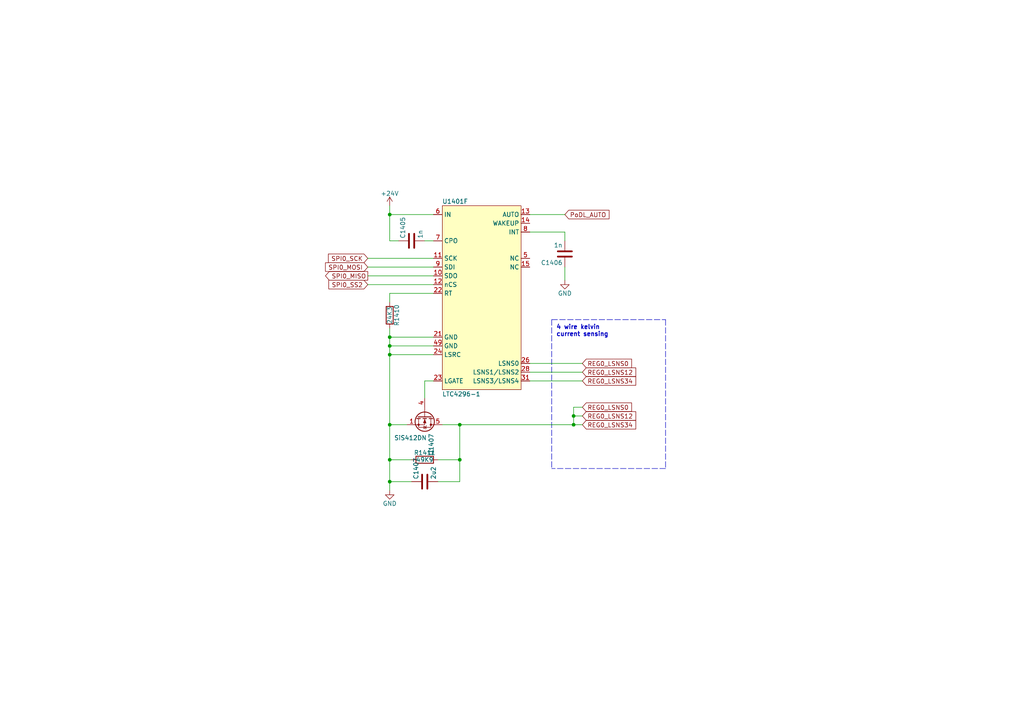
<source format=kicad_sch>
(kicad_sch (version 20211123) (generator eeschema)
  (paper "A4")
  (title_block (title "Open Hardware 10Base-T1L Switch") (date "2023-04-07") (rev "REV A") (company "Peter Heinrich") (comment 1 "Open Hardware License CERN-OHL-P v2") (comment 2 "https://github.com/peterheinrich/Open_10Base-T1L_Switch"))
  (lib_symbols
    (symbol "Device:C" (pin_numbers hide) (pin_names (offset 0.254))
      (property "Reference" "C" (at 0.635 2.54 0))
      (property "Value" "C" (at 0.635 -2.54 0))
      (symbol "C_0_1"
        (polyline (pts (xy -2.032 -0.762) (xy 2.032 -0.762)) (stroke (width 0.508)))
        (polyline (pts (xy -2.032 0.762) (xy 2.032 0.762)) (stroke (width 0.508)))
      )
      (symbol "C_1_1"
        (pin passive line (at 0 3.81 270) (length 2.794) (name "~") (number "1"))
        (pin passive line (at 0 -3.81 90) (length 2.794) (name "~") (number "2"))
      )
    )
    (symbol "Device:R" (pin_numbers hide) (pin_names (offset 0))
      (property "Reference" "R" (at 2.032 0 90))
      (property "Value" "R" (at 0 0 90))
      (symbol "R_0_1"
        (rectangle (start -1.016 -2.54) (end 1.016 2.54) (stroke (width 0.254)))
      )
      (symbol "R_1_1"
        (pin passive line (at 0 3.81 270) (length 1.27) (name "~") (number "1"))
        (pin passive line (at 0 -3.81 90) (length 1.27) (name "~") (number "2"))
      )
    )
    (symbol "LTC4296-1:LTC4296-1"
      (property "Reference" "U" (at 0 1.27 0))
      (property "Value" "LTC4296-1" (at 0 -54.61 0))
      (symbol "LTC4296-1_0_1"
        (rectangle (start 0 0) (end 22.86 -53.34) (fill (type background)))
      )
      (symbol "LTC4296-1_1_1"
        (pin output line (at 25.4 -30.48 180) (length 2.54) (name "OUTP0") (number "1"))
        (pin output line (at 25.4 -35.56 180) (length 2.54) (name "SW0") (number "16"))
        (pin output line (at 25.4 -22.86 180) (length 2.54) (name "HGATE0") (number "2"))
        (pin output line (at 25.4 -50.8 180) (length 2.54) (name "OUTM0") (number "25"))
        (pin input line (at 25.4 -15.24 180) (length 2.54) (name "HSNSM0") (number "3"))
        (pin input line (at 25.4 -2.54 180) (length 2.54) (name "HSNSP0") (number "4"))
      )
      (symbol "LTC4296-1_2_1"
        (pin output line (at 25.4 -35.56 180) (length 2.54) (name "SW1") (number "17"))
        (pin output line (at 25.4 -50.8 180) (length 2.54) (name "OUTM1") (number "27"))
        (pin output line (at 25.4 -30.48 180) (length 2.54) (name "OUTP1") (number "45"))
        (pin output line (at 25.4 -22.86 180) (length 2.54) (name "HGATE1") (number "46"))
        (pin input line (at 25.4 -15.24 180) (length 2.54) (name "HSNSM1") (number "47"))
        (pin input line (at 25.4 -2.54 180) (length 2.54) (name "HSNSP1") (number "48"))
      )
      (symbol "LTC4296-1_3_1"
        (pin output line (at 25.4 -35.56 180) (length 2.54) (name "SW2") (number "18"))
        (pin output line (at 25.4 -50.8 180) (length 2.54) (name "OUTM2") (number "29"))
        (pin output line (at 25.4 -30.48 180) (length 2.54) (name "OUTP2") (number "41"))
        (pin output line (at 25.4 -22.86 180) (length 2.54) (name "HGATE2") (number "42"))
        (pin input line (at 25.4 -15.24 180) (length 2.54) (name "HSNSM2") (number "43"))
        (pin input line (at 25.4 -2.54 180) (length 2.54) (name "HSNSP2") (number "44"))
      )
      (symbol "LTC4296-1_4_1"
        (pin output line (at 25.4 -35.56 180) (length 2.54) (name "SW3") (number "19"))
        (pin output line (at 25.4 -50.8 180) (length 2.54) (name "OUTM3") (number "30"))
        (pin output line (at 25.4 -30.48 180) (length 2.54) (name "OUTP3") (number "37"))
        (pin output line (at 25.4 -22.86 180) (length 2.54) (name "HGATE3") (number "38"))
        (pin input line (at 25.4 -15.24 180) (length 2.54) (name "HSNSM3") (number "39"))
        (pin input line (at 25.4 -2.54 180) (length 2.54) (name "HSNSP3") (number "40"))
      )
      (symbol "LTC4296-1_5_1"
        (pin output line (at 25.4 -35.56 180) (length 2.54) (name "SW4") (number "20"))
        (pin output line (at 25.4 -50.8 180) (length 2.54) (name "OUTM4") (number "32"))
        (pin output line (at 25.4 -30.48 180) (length 2.54) (name "OUTP4") (number "33"))
        (pin output line (at 25.4 -22.86 180) (length 2.54) (name "HGATE4") (number "34"))
        (pin input line (at 25.4 -15.24 180) (length 2.54) (name "HSNSM4") (number "35"))
        (pin input line (at 25.4 -2.54 180) (length 2.54) (name "HSNSP4") (number "36"))
      )
      (symbol "LTC4296-1_6_1"
        (pin output line (at -2.54 -20.32 0) (length 2.54) (name "SDO") (number "10"))
        (pin input line (at -2.54 -15.24 0) (length 2.54) (name "SCK") (number "11"))
        (pin input line (at -2.54 -22.86 0) (length 2.54) (name "nCS") (number "12"))
        (pin input line (at 25.4 -2.54 180) (length 2.54) (name "AUTO") (number "13"))
        (pin bidirectional line (at 25.4 -5.08 180) (length 2.54) (name "WAKEUP") (number "14"))
        (pin input line (at 25.4 -17.78 180) (length 2.54) (name "NC") (number "15"))
        (pin power_in line (at -2.54 -38.1 0) (length 2.54) (name "GND") (number "21"))
        (pin input line (at -2.54 -25.4 0) (length 2.54) (name "RT") (number "22"))
        (pin output line (at -2.54 -50.8 0) (length 2.54) (name "LGATE") (number "23"))
        (pin input line (at -2.54 -43.18 0) (length 2.54) (name "LSRC") (number "24"))
        (pin input line (at 25.4 -45.72 180) (length 2.54) (name "LSNS0") (number "26"))
        (pin input line (at 25.4 -48.26 180) (length 2.54) (name "LSNS1/LSNS2") (number "28"))
        (pin input line (at 25.4 -50.8 180) (length 2.54) (name "LSNS3/LSNS4") (number "31"))
        (pin power_in line (at -2.54 -40.64 0) (length 2.54) (name "GND") (number "49"))
        (pin input line (at 25.4 -15.24 180) (length 2.54) (name "NC") (number "5"))
        (pin power_in line (at -2.54 -2.54 0) (length 2.54) (name "IN") (number "6"))
        (pin bidirectional line (at -2.54 -10.16 0) (length 2.54) (name "CPO") (number "7"))
        (pin bidirectional line (at 25.4 -7.62 180) (length 2.54) (name "INT") (number "8"))
        (pin input line (at -2.54 -17.78 0) (length 2.54) (name "SDI") (number "9"))
      )
    )
    (symbol "Transistor_FET:SiS454DN" (pin_names hide)
      (property "Reference" "Q" (at 5.08 1.905 0))
      (property "Value" "SiS454DN" (at 5.08 0 0))
      (symbol "SiS454DN_0_1"
        (polyline (pts (xy 0.254 0) (xy -2.54 0)))
        (polyline (pts (xy 0.254 1.905) (xy 0.254 -1.905)) (stroke (width 0.254)))
        (polyline (pts (xy 0.762 -1.27) (xy 0.762 -2.286)) (stroke (width 0.254)))
        (polyline (pts (xy 0.762 0.508) (xy 0.762 -0.508)) (stroke (width 0.254)))
        (polyline (pts (xy 0.762 2.286) (xy 0.762 1.27)) (stroke (width 0.254)))
        (polyline (pts (xy 2.54 2.54) (xy 2.54 1.778)))
        (polyline (pts (xy 2.54 -2.54) (xy 2.54 0) (xy 0.762 0)))
        (polyline (pts (xy 0.762 -1.778) (xy 3.302 -1.778) (xy 3.302 1.778) (xy 0.762 1.778)))
        (polyline (pts (xy 1.016 0) (xy 2.032 0.381) (xy 2.032 -0.381) (xy 1.016 0)) (fill (type outline)))
        (polyline (pts (xy 2.794 0.508) (xy 2.921 0.381) (xy 3.683 0.381) (xy 3.81 0.254)))
        (polyline (pts (xy 3.302 0.381) (xy 2.921 -0.254) (xy 3.683 -0.254) (xy 3.302 0.381)))
        (circle (center 1.651 0) (radius 2.794) (stroke (width 0.254)))
        (circle (center 2.54 -1.778) (radius 0.254) (fill (type outline)))
        (circle (center 2.54 1.778) (radius 0.254) (fill (type outline)))
      )
      (symbol "SiS454DN_1_1"
        (pin passive line (at 2.54 -5.08 90) (length 2.54) (name "S") (number "1"))
        (pin passive line (at 2.54 -5.08 90) (length 2.54) hide (name "S") (number "2"))
        (pin passive line (at 2.54 -5.08 90) (length 2.54) hide (name "S") (number "3"))
        (pin input line (at -5.08 0 0) (length 2.54) (name "G") (number "4"))
        (pin passive line (at 2.54 5.08 270) (length 2.54) (name "D") (number "5"))
      )
    )
    (symbol "power:+24V" (power) (pin_names (offset 0))
      (property "Value" "+24V" (at 0 3.556 0))
      (symbol "+24V_0_1"
        (polyline (pts (xy -0.762 1.27) (xy 0 2.54)))
        (polyline (pts (xy 0 0) (xy 0 2.54)))
        (polyline (pts (xy 0 2.54) (xy 0.762 1.27)))
      )
      (symbol "+24V_1_1"
        (pin power_in line (at 0 0 90) (length 0) hide (name "+24V") (number "1"))
      )
    )
    (symbol "power:GND" (power) (pin_names (offset 0))
      (property "Value" "GND" (at 0 -3.81 0))
      (symbol "GND_0_1"
        (polyline (pts (xy 0 0) (xy 0 -1.27) (xy 1.27 -1.27) (xy 0 -2.54) (xy -1.27 -1.27) (xy 0 -1.27)))
      )
      (symbol "GND_1_1"
        (pin power_in line (at 0 0 270) (length 0) hide (name "GND") (number "1"))
      )
    )
  )
  (junction (at 113.03 133.35))
  (junction (at 113.03 97.79))
  (junction (at 133.35 123.19))
  (junction (at 133.35 133.35))
  (junction (at 113.03 62.23))
  (junction (at 113.03 139.7))
  (junction (at 166.37 120.65))
  (junction (at 113.03 123.19))
  (junction (at 166.37 123.19))
  (junction (at 113.03 100.33))
  (junction (at 113.03 102.87))
  (polyline (pts (xy 193.04 135.89) (xy 160.02 135.89)))
  (wire (pts (xy 127 139.7) (xy 133.35 139.7)))
  (wire (pts (xy 133.35 123.19) (xy 166.37 123.19)))
  (wire (pts (xy 153.67 67.31) (xy 163.83 67.31)))
  (wire (pts (xy 166.37 118.11) (xy 168.91 118.11)))
  (polyline (pts (xy 193.04 92.71) (xy 193.04 135.89)))
  (wire (pts (xy 113.03 95.25) (xy 113.03 97.79)))
  (wire (pts (xy 113.03 97.79) (xy 125.73 97.79)))
  (wire (pts (xy 113.03 133.35) (xy 113.03 123.19)))
  (wire (pts (xy 113.03 62.23) (xy 125.73 62.23)))
  (wire (pts (xy 106.68 74.93) (xy 125.73 74.93)))
  (wire (pts (xy 123.19 110.49) (xy 125.73 110.49)))
  (wire (pts (xy 113.03 133.35) (xy 119.38 133.35)))
  (wire (pts (xy 106.68 77.47) (xy 125.73 77.47)))
  (wire (pts (xy 128.27 123.19) (xy 133.35 123.19)))
  (wire (pts (xy 113.03 97.79) (xy 113.03 100.33)))
  (wire (pts (xy 153.67 105.41) (xy 168.91 105.41)))
  (wire (pts (xy 166.37 123.19) (xy 168.91 123.19)))
  (wire (pts (xy 113.03 85.09) (xy 125.73 85.09)))
  (polyline (pts (xy 160.02 92.71) (xy 193.04 92.71)))
  (wire (pts (xy 113.03 102.87) (xy 125.73 102.87)))
  (wire (pts (xy 113.03 123.19) (xy 118.11 123.19)))
  (wire (pts (xy 113.03 69.85) (xy 113.03 62.23)))
  (wire (pts (xy 123.19 69.85) (xy 125.73 69.85)))
  (wire (pts (xy 123.19 115.57) (xy 123.19 110.49)))
  (wire (pts (xy 113.03 59.69) (xy 113.03 62.23)))
  (wire (pts (xy 127 133.35) (xy 133.35 133.35)))
  (wire (pts (xy 113.03 139.7) (xy 113.03 142.24)))
  (wire (pts (xy 113.03 100.33) (xy 125.73 100.33)))
  (wire (pts (xy 106.68 82.55) (xy 125.73 82.55)))
  (wire (pts (xy 119.38 139.7) (xy 113.03 139.7)))
  (wire (pts (xy 153.67 110.49) (xy 168.91 110.49)))
  (wire (pts (xy 115.57 69.85) (xy 113.03 69.85)))
  (wire (pts (xy 166.37 120.65) (xy 166.37 123.19)))
  (polyline (pts (xy 160.02 92.71) (xy 160.02 135.89)))
  (wire (pts (xy 106.68 80.01) (xy 125.73 80.01)))
  (wire (pts (xy 113.03 102.87) (xy 113.03 123.19)))
  (wire (pts (xy 163.83 77.47) (xy 163.83 81.28)))
  (wire (pts (xy 133.35 139.7) (xy 133.35 133.35)))
  (wire (pts (xy 163.83 67.31) (xy 163.83 69.85)))
  (wire (pts (xy 166.37 120.65) (xy 166.37 118.11)))
  (wire (pts (xy 113.03 100.33) (xy 113.03 102.87)))
  (wire (pts (xy 133.35 133.35) (xy 133.35 123.19)))
  (wire (pts (xy 153.67 107.95) (xy 168.91 107.95)))
  (wire (pts (xy 153.67 62.23) (xy 163.83 62.23)))
  (wire (pts (xy 113.03 87.63) (xy 113.03 85.09)))
  (wire (pts (xy 166.37 120.65) (xy 168.91 120.65)))
  (wire (pts (xy 113.03 139.7) (xy 113.03 133.35)))
  (text "4 wire kelvin\ncurrent sensing" (at 161.29 97.79 0) (effects (font (size 1.27 1.27) bold) (justify left bottom)))
  (global_label "SPI0_SS2" (shape input) (at 106.68 82.55 180) (property "Intersheet References" "${INTERSHEET_REFS}" (effects hide)))
  (global_label "PoDL_AUTO" (shape input) (at 163.83 62.23 0) (property "Intersheet References" "${INTERSHEET_REFS}" (effects hide)))
  (global_label "SPI0_SCK" (shape input) (at 106.68 74.93 180) (property "Intersheet References" "${INTERSHEET_REFS}" (effects hide)))
  (global_label "REG0_LSNS12" (shape input) (at 168.91 120.65 0) (property "Intersheet References" "${INTERSHEET_REFS}" (effects hide)))
  (global_label "REG0_LSNS34" (shape input) (at 168.91 110.49 0) (property "Intersheet References" "${INTERSHEET_REFS}" (effects hide)))
  (global_label "REG0_LSNS0" (shape input) (at 168.91 105.41 0) (property "Intersheet References" "${INTERSHEET_REFS}" (effects hide)))
  (global_label "REG0_LSNS34" (shape input) (at 168.91 123.19 0) (property "Intersheet References" "${INTERSHEET_REFS}" (effects hide)))
  (global_label "REG0_LSNS0" (shape input) (at 168.91 118.11 0) (property "Intersheet References" "${INTERSHEET_REFS}" (effects hide)))
  (global_label "SPI0_MOSI" (shape input) (at 106.68 77.47 180) (property "Intersheet References" "${INTERSHEET_REFS}" (effects hide)))
  (global_label "REG0_LSNS12" (shape input) (at 168.91 107.95 0) (property "Intersheet References" "${INTERSHEET_REFS}" (effects hide)))
  (global_label "SPI0_MISO" (shape output) (at 106.68 80.01 180) (property "Intersheet References" "${INTERSHEET_REFS}" (effects hide)))
  (symbol (lib_id "Device:R") (at 113.03 91.44 0) (unit 1)
    (property "Reference" "R1410" (at 115.062 91.44 90))
    (property "Value" "24K3" (at 113.03 91.44 90))
    (property "Footprint" "Resistor_SMD:R_0603_1608Metric" (effects hide))
  )
  (symbol (lib_id "Device:C") (at 119.38 69.85 90) (unit 1)
    (property "Reference" "C1405" (at 116.84 69.215 0) (effects (justify left)))
    (property "Value" "1n" (at 121.92 69.215 0) (effects (justify left)))
    (property "Footprint" "Capacitor_SMD:C_0603_1608Metric" (effects hide))
  )
  (symbol (lib_id "power:GND") (at 113.03 142.24 0) (unit 1)
    (property "Reference" "#PWR01407" (effects hide))
    (property "Value" "GND" (at 113.03 146.05 0))
  )
  (symbol (lib_id "LTC4296-1:LTC4296-1") (at 128.27 59.69 0) (unit 6)
    (property "Reference" "U1401" (at 128.27 58.42 0) (effects (justify left)))
    (property "Value" "LTC4296-1" (at 128.27 114.3 0) (effects (justify left)))
    (property "Footprint" "Package_DFN_QFN:QFN-48-1EP_7x7mm_P0.5mm_EP5.3x5.3mm_ThermalVias" (effects hide))
    (property "Datasheet" "https://www.analog.com/media/en/technical-documentation/data-sheets/ltc4296-1.pdf" (effects hide))
  )
  (symbol (lib_id "power:GND") (at 163.83 81.28 0) (unit 1)
    (property "Reference" "#PWR01406" (effects hide))
    (property "Value" "GND" (at 163.83 85.09 0))
  )
  (symbol (lib_id "Transistor_FET:SiS454DN") (at 123.19 120.65 270) (unit 1)
    (property "Reference" "Q1407" (at 125.095 125.73 0) (effects (justify left)))
    (property "Value" "SiS412DN" (at 114.3 127 90) (effects (justify left)))
    (property "Footprint" "Package_SO:Vishay_PowerPAK_1212-8_Single" (effects hide))
  )
  (symbol (lib_id "Device:C") (at 163.83 73.66 180) (unit 1)
    (property "Reference" "C1406" (at 163.195 76.2 0) (effects (justify left)))
    (property "Value" "1n" (at 163.195 71.12 0) (effects (justify left)))
    (property "Footprint" "Capacitor_SMD:C_0603_1608Metric" (effects hide))
  )
  (symbol (lib_id "Device:C") (at 123.19 139.7 90) (unit 1)
    (property "Reference" "C1407" (at 120.65 139.065 0) (effects (justify left)))
    (property "Value" "2u2" (at 125.73 139.065 0) (effects (justify left)))
    (property "Footprint" "Capacitor_SMD:C_0805_2012Metric" (effects hide))
  )
  (symbol (lib_id "Device:R") (at 123.19 133.35 90) (unit 1)
    (property "Reference" "R1411" (at 123.19 131.318 90))
    (property "Value" "49K9" (at 123.19 133.35 90))
    (property "Footprint" "Resistor_SMD:R_0805_2012Metric" (effects hide))
  )
  (symbol (lib_id "power:+24V") (at 113.03 59.69 0) (unit 1)
    (property "Reference" "#PWR01405" (effects hide))
    (property "Value" "+24V" (at 113.03 56.134 0))
  )
)
</source>
